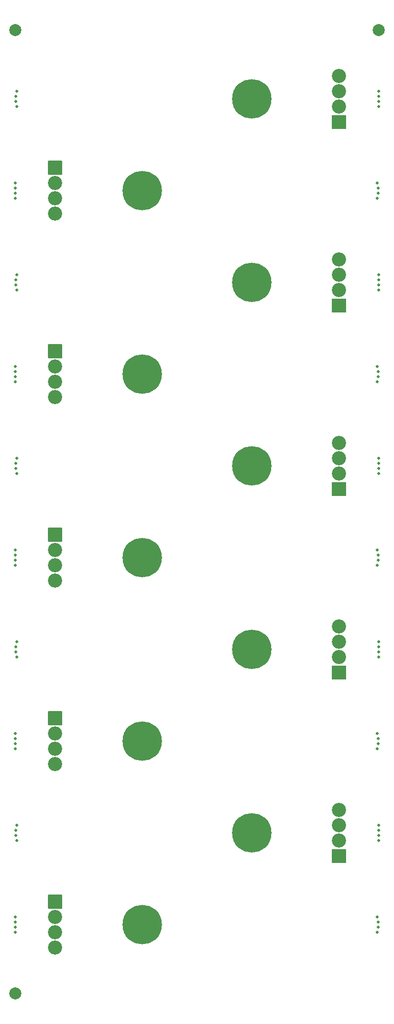
<source format=gbs>
G04 #@! TF.GenerationSoftware,KiCad,Pcbnew,6.0.2+dfsg-1*
G04 #@! TF.CreationDate,2024-06-30T21:45:31-06:00*
G04 #@! TF.ProjectId,ckt-signal-array,636b742d-7369-4676-9e61-6c2d61727261,rev?*
G04 #@! TF.SameCoordinates,Original*
G04 #@! TF.FileFunction,Soldermask,Bot*
G04 #@! TF.FilePolarity,Negative*
%FSLAX46Y46*%
G04 Gerber Fmt 4.6, Leading zero omitted, Abs format (unit mm)*
G04 Created by KiCad (PCBNEW 6.0.2+dfsg-1) date 2024-06-30 21:45:31*
%MOMM*%
%LPD*%
G01*
G04 APERTURE LIST*
%ADD10C,0.500000*%
%ADD11C,2.352400*%
%ADD12C,6.552400*%
%ADD13C,2.000000*%
G04 APERTURE END LIST*
D10*
X178634959Y-170697463D03*
X118337500Y-80113333D03*
X118337500Y-172400000D03*
X118581804Y-93660000D03*
X118337500Y-111440000D03*
X118581804Y-65720000D03*
X178662500Y-156313333D03*
X118581804Y-35240000D03*
X178634959Y-109737463D03*
G36*
G01*
X173158500Y-69441200D02*
X170958500Y-69441200D01*
G75*
G02*
X170882300Y-69365000I0J76200D01*
G01*
X170882300Y-67165000D01*
G75*
G02*
X170958500Y-67088800I76200J0D01*
G01*
X173158500Y-67088800D01*
G75*
G02*
X173234700Y-67165000I0J-76200D01*
G01*
X173234700Y-69365000D01*
G75*
G02*
X173158500Y-69441200I-76200J0D01*
G01*
G37*
D11*
X172058500Y-65725000D03*
X172058500Y-63185000D03*
X172058500Y-60645000D03*
D10*
X118337500Y-141073333D03*
D12*
X139419500Y-171130000D03*
D10*
X178418196Y-80960000D03*
X178662500Y-93660000D03*
X118581804Y-32700000D03*
X118337500Y-47940000D03*
X178662500Y-124986666D03*
X178662500Y-32700000D03*
X178662500Y-96200000D03*
X178662500Y-94506666D03*
X118365041Y-156322536D03*
D12*
X139419500Y-79690000D03*
G36*
G01*
X173158500Y-160881200D02*
X170958500Y-160881200D01*
G75*
G02*
X170882300Y-160805000I0J76200D01*
G01*
X170882300Y-158605000D01*
G75*
G02*
X170958500Y-158528800I76200J0D01*
G01*
X173158500Y-158528800D01*
G75*
G02*
X173234700Y-158605000I0J-76200D01*
G01*
X173234700Y-160805000D01*
G75*
G02*
X173158500Y-160881200I-76200J0D01*
G01*
G37*
D11*
X172058500Y-157165000D03*
X172058500Y-154625000D03*
X172058500Y-152085000D03*
D10*
X178418196Y-78420000D03*
X118581804Y-124140000D03*
X178634959Y-79257463D03*
X118365041Y-94497463D03*
X118581804Y-157160000D03*
X178634959Y-49642536D03*
X118365041Y-124977463D03*
D12*
X157580500Y-94930000D03*
D10*
X118337500Y-49633333D03*
X118581804Y-154620000D03*
X118337500Y-80960000D03*
X118365041Y-64017463D03*
X178662500Y-154620000D03*
X178662500Y-124140000D03*
G36*
G01*
X123841500Y-166138800D02*
X126041500Y-166138800D01*
G75*
G02*
X126117700Y-166215000I0J-76200D01*
G01*
X126117700Y-168415000D01*
G75*
G02*
X126041500Y-168491200I-76200J0D01*
G01*
X123841500Y-168491200D01*
G75*
G02*
X123765300Y-168415000I0J76200D01*
G01*
X123765300Y-166215000D01*
G75*
G02*
X123841500Y-166138800I76200J0D01*
G01*
G37*
D11*
X124941500Y-169855000D03*
X124941500Y-172395000D03*
X124941500Y-174935000D03*
D10*
X118365041Y-33537464D03*
X118337500Y-169860000D03*
X118337500Y-50480000D03*
G36*
G01*
X173158500Y-99921200D02*
X170958500Y-99921200D01*
G75*
G02*
X170882300Y-99845000I0J76200D01*
G01*
X170882300Y-97645000D01*
G75*
G02*
X170958500Y-97568800I76200J0D01*
G01*
X173158500Y-97568800D01*
G75*
G02*
X173234700Y-97645000I0J-76200D01*
G01*
X173234700Y-99845000D01*
G75*
G02*
X173158500Y-99921200I-76200J0D01*
G01*
G37*
D11*
X172058500Y-96205000D03*
X172058500Y-93665000D03*
X172058500Y-91125000D03*
D10*
X178662500Y-33546667D03*
X178662500Y-157160000D03*
X178662500Y-125833333D03*
X118337500Y-140226666D03*
X118337500Y-78420000D03*
D12*
X139419500Y-110170000D03*
D10*
X178418196Y-141920000D03*
X118365041Y-155457463D03*
X178634959Y-141082536D03*
G36*
G01*
X123841500Y-44218800D02*
X126041500Y-44218800D01*
G75*
G02*
X126117700Y-44295000I0J-76200D01*
G01*
X126117700Y-46495000D01*
G75*
G02*
X126041500Y-46571200I-76200J0D01*
G01*
X123841500Y-46571200D01*
G75*
G02*
X123765300Y-46495000I0J76200D01*
G01*
X123765300Y-44295000D01*
G75*
G02*
X123841500Y-44218800I76200J0D01*
G01*
G37*
D11*
X124941500Y-47935000D03*
X124941500Y-50475000D03*
X124941500Y-53015000D03*
D10*
X178662500Y-34393333D03*
D12*
X139419500Y-140650000D03*
G36*
G01*
X173158500Y-38961200D02*
X170958500Y-38961200D01*
G75*
G02*
X170882300Y-38885000I0J76200D01*
G01*
X170882300Y-36685000D01*
G75*
G02*
X170958500Y-36608800I76200J0D01*
G01*
X173158500Y-36608800D01*
G75*
G02*
X173234700Y-36685000I0J-76200D01*
G01*
X173234700Y-38885000D01*
G75*
G02*
X173158500Y-38961200I-76200J0D01*
G01*
G37*
D11*
X172058500Y-35245000D03*
X172058500Y-32705000D03*
X172058500Y-30165000D03*
G36*
G01*
X123841500Y-135658800D02*
X126041500Y-135658800D01*
G75*
G02*
X126117700Y-135735000I0J-76200D01*
G01*
X126117700Y-137935000D01*
G75*
G02*
X126041500Y-138011200I-76200J0D01*
G01*
X123841500Y-138011200D01*
G75*
G02*
X123765300Y-137935000I0J76200D01*
G01*
X123765300Y-135735000D01*
G75*
G02*
X123841500Y-135658800I76200J0D01*
G01*
G37*
X124941500Y-139375000D03*
X124941500Y-141915000D03*
X124941500Y-144455000D03*
D10*
X178662500Y-65720000D03*
X178662500Y-63180000D03*
X178418196Y-50480000D03*
X118365041Y-125842536D03*
X178418196Y-47940000D03*
X178662500Y-95353333D03*
X178662500Y-126680000D03*
X178418196Y-169860000D03*
X118365041Y-34402536D03*
X178418196Y-139380000D03*
G36*
G01*
X123841500Y-105178800D02*
X126041500Y-105178800D01*
G75*
G02*
X126117700Y-105255000I0J-76200D01*
G01*
X126117700Y-107455000D01*
G75*
G02*
X126041500Y-107531200I-76200J0D01*
G01*
X123841500Y-107531200D01*
G75*
G02*
X123765300Y-107455000I0J76200D01*
G01*
X123765300Y-105255000D01*
G75*
G02*
X123841500Y-105178800I76200J0D01*
G01*
G37*
D11*
X124941500Y-108895000D03*
X124941500Y-111435000D03*
X124941500Y-113975000D03*
D10*
X178634959Y-140217463D03*
X118337500Y-170706666D03*
X178662500Y-64026666D03*
X118337500Y-108900000D03*
X118337500Y-110593333D03*
X178418196Y-172400000D03*
X178418196Y-111440000D03*
X118337500Y-79266666D03*
D12*
X157580500Y-155890000D03*
D10*
X118337500Y-139380000D03*
X178662500Y-64873333D03*
G36*
G01*
X123841500Y-74698800D02*
X126041500Y-74698800D01*
G75*
G02*
X126117700Y-74775000I0J-76200D01*
G01*
X126117700Y-76975000D01*
G75*
G02*
X126041500Y-77051200I-76200J0D01*
G01*
X123841500Y-77051200D01*
G75*
G02*
X123765300Y-76975000I0J76200D01*
G01*
X123765300Y-74775000D01*
G75*
G02*
X123841500Y-74698800I76200J0D01*
G01*
G37*
D11*
X124941500Y-78415000D03*
X124941500Y-80955000D03*
X124941500Y-83495000D03*
D12*
X157580500Y-64450000D03*
D10*
X178634959Y-110602536D03*
G36*
G01*
X173158500Y-130401200D02*
X170958500Y-130401200D01*
G75*
G02*
X170882300Y-130325000I0J76200D01*
G01*
X170882300Y-128125000D01*
G75*
G02*
X170958500Y-128048800I76200J0D01*
G01*
X173158500Y-128048800D01*
G75*
G02*
X173234700Y-128125000I0J-76200D01*
G01*
X173234700Y-130325000D01*
G75*
G02*
X173158500Y-130401200I-76200J0D01*
G01*
G37*
D11*
X172058500Y-126685000D03*
X172058500Y-124145000D03*
X172058500Y-121605000D03*
D10*
X118337500Y-171553333D03*
X118365041Y-64882536D03*
D12*
X157580500Y-125410000D03*
D10*
X178634959Y-80122536D03*
X178418196Y-108900000D03*
X118337500Y-141920000D03*
X178662500Y-35240000D03*
X118581804Y-96200000D03*
X118581804Y-126680000D03*
X118337500Y-109746666D03*
X178634959Y-48777463D03*
D12*
X157580500Y-33970000D03*
D10*
X178634959Y-171562536D03*
X118581804Y-63180000D03*
X178662500Y-155466666D03*
X118337500Y-48786666D03*
D12*
X139419500Y-49210000D03*
D10*
X118365041Y-95362536D03*
D13*
X118337500Y-182560000D03*
X118337500Y-22540000D03*
X178662500Y-22540000D03*
M02*

</source>
